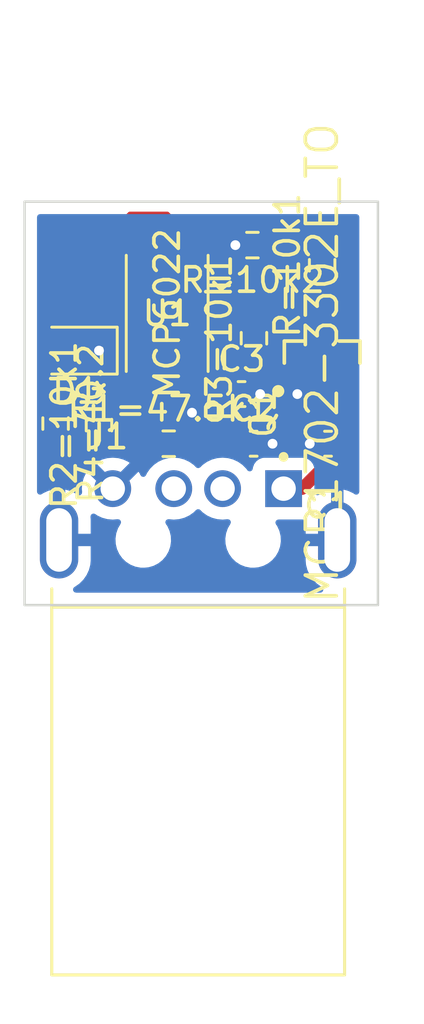
<source format=kicad_pcb>
(kicad_pcb (version 20211014) (generator pcbnew)
  (layers (0 "F.Cu" signal) (31 "B.Cu" signal) (34 "B.Paste" user) (35 "F.Paste" user) (36 "B.SilkS" user "B.Silkscreen") (37 "F.SilkS" user "F.Silkscreen") (38 "B.Mask" user) (39 "F.Mask" user) (44 "Edge.Cuts" user))
  (net 0 "")
  (net 1 "Net-(C1-Pad1)")
  (net 4 "GND")
  (net 5 "Net-(C3-Pad1)")
  (net 6 "Net-(R2=10k1-Pad2)")
  (net 7 "Net-(R3=10k1-Pad2)")
  (net 8 "Net-(D1-Pad2)")
  (net 9 "Net-(Q1-Pad3)")
  (net 10 "Net-(R=10k1-Pad2)")
  (net 12 "Net-(R1=47.5k1-Pad1)")
  (footprint "Resistor_SMD:R_0603_1608Metric" (layer "F.Cu") (at 130.556 76.962 90)
    (fp_text reference "R2=10k1" (at 0 -1.43 90) (layer "F.SilkS"))
    (fp_text value "R_US")
    (fp_line (start -0.237258 0.5225) (end 0.237258 0.5225) (layer "F.SilkS") (width 0.12))
    (fp_line (start -0.237258 -0.5225) (end 0.237258 -0.5225) (layer "F.SilkS") (width 0.12))
    (pad "1" smd roundrect (at -0.825 0 90) (size 0.8 0.95) (layers "F.Cu" "F.Paste" "F.Mask") (net 12 "Net-(R1=47.5k1-Pad1)"))
    (pad "2" smd roundrect (at 0.825 0 90) (size 0.8 0.95) (layers "F.Cu" "F.Paste" "F.Mask") (net 6 "Net-(R2=10k1-Pad2)"))
  )
  (footprint "Resistor_SMD:R_0603_1608Metric" (layer "F.Cu") (at 136.843 69.596 180)
    (fp_text reference "R=10k2" (at 0 -1.43) (layer "F.SilkS"))
    (fp_text value "R_Small_US")
    (fp_line (start -0.237258 0.5225) (end 0.237258 0.5225) (layer "F.SilkS") (width 0.12))
    (fp_line (start -0.237258 -0.5225) (end 0.237258 -0.5225) (layer "F.SilkS") (width 0.12))
    (pad "1" smd roundrect (at -0.825 0 180) (size 0.8 0.95) (layers "F.Cu" "F.Paste" "F.Mask") (net 10 "Net-(R=10k1-Pad2)"))
    (pad "2" smd roundrect (at 0.825 0 180) (size 0.8 0.95) (layers "F.Cu" "F.Paste" "F.Mask") (net 4 "GND"))
  )
  (footprint "Capacitor_SMD:C_0603_1608Metric" (layer "F.Cu") (at 136.398 75.692)
    (fp_text reference "C3" (at 0 -1.43) (layer "F.SilkS"))
    (fp_text value "C=10u")
    (fp_line (start -0.14058 0.51) (end 0.14058 0.51) (layer "F.SilkS") (width 0.12))
    (fp_line (start -0.14058 -0.51) (end 0.14058 -0.51) (layer "F.SilkS") (width 0.12))
    (pad "1" smd roundrect (at -0.775 0) (size 0.9 0.95) (layers "F.Cu" "F.Paste" "F.Mask") (net 5 "Net-(C3-Pad1)"))
    (pad "2" smd roundrect (at 0.775 0) (size 0.9 0.95) (layers "F.Cu" "F.Paste" "F.Mask") (net 4 "GND"))
  )
  (footprint "Capacitor_SMD:C_0603_1608Metric" (layer "F.Cu") (at 139.940995 77.724 180)
    (fp_text reference "C1" (at 0 -2.54) (layer "F.SilkS"))
    (fp_text value "C=10u")
    (fp_line (start -0.14058 0.51) (end 0.14058 0.51) (layer "F.SilkS") (width 0.12))
    (fp_line (start -0.14058 -0.51) (end 0.14058 -0.51) (layer "F.SilkS") (width 0.12))
    (pad "1" smd roundrect (at -0.775 0 180) (size 0.9 0.95) (layers "F.Cu" "F.Paste" "F.Mask") (net 1 "Net-(C1-Pad1)"))
    (pad "2" smd roundrect (at 0.775 0 180) (size 0.9 0.95) (layers "F.Cu" "F.Paste" "F.Mask") (net 4 "GND"))
  )
  (footprint "LED_SMD:LED_0805_2012Metric" (layer "F.Cu") (at 129.6185 73.914 180)
    (fp_text reference "D1" (at 0 -1.65) (layer "F.SilkS"))
    (fp_text value "LED")
    (fp_line (start 1 -0.96) (end -1.685 -0.96) (layer "F.SilkS") (width 0.12))
    (fp_line (start -1.685 -0.96) (end -1.685 0.96) (layer "F.SilkS") (width 0.12))
    (fp_line (start -1.685 0.96) (end 1 0.96) (layer "F.SilkS") (width 0.12))
    (pad "1" smd roundrect (at -0.9375 0 180) (size 0.975 1.4) (layers "F.Cu" "F.Paste" "F.Mask") (net 4 "GND"))
    (pad "2" smd roundrect (at 0.9375 0 180) (size 0.975 1.4) (layers "F.Cu" "F.Paste" "F.Mask") (net 8 "Net-(D1-Pad2)"))
  )
  (footprint "mcp1702:Microchip-MCP1702T-3302E_CB-Level_B" (layer "F.Cu") (at 139.7 74.422 90)
    (fp_text reference "Q1" (at -3.150001 -2.425002 90) (layer "F.SilkS") (effects (justify left)))
    (fp_text value "MCP1702-3302E_TO" (at 0 0 90) (layer "F.SilkS") (effects (font (size 1.27 1.27))))
    (fp_line (start 0.900001 1.549999) (end 0.900001 0.699999) (layer "F.SilkS") (width 0.15))
    (fp_line (start 0 -1.549999) (end 0.900001 -1.549999) (layer "F.SilkS") (width 0.15))
    (fp_line (start 0 1.549999) (end 0.900001 1.549999) (layer "F.SilkS") (width 0.15))
    (fp_line (start 0.900001 -0.700001) (end 0.900001 -1.549999) (layer "F.SilkS") (width 0.15))
    (fp_circle (center -1.15 -1.800001) (end -1.024999 -1.800001) (layer "F.SilkS") (width 0.249999) (fill none))
    (pad "1" smd rect locked (at -1.15 -0.950001) (size 0.599999 1.5) (layers "F.Cu" "F.Paste" "F.Mask") (net 4 "GND"))
    (pad "2" smd rect locked (at -1.15 0.949998) (size 0.599999 1.5) (layers "F.Cu" "F.Paste" "F.Mask") (net 1 "Net-(C1-Pad1)"))
    (pad "3" smd rect locked (at 1.15 -0.000001) (size 0.599999 1.5) (layers "F.Cu" "F.Paste" "F.Mask") (net 9 "Net-(Q1-Pad3)"))
  )
  (footprint "Resistor_SMD:R_0603_1608Metric" (layer "F.Cu") (at 136.906 73.406 90)
    (fp_text reference "R3=10k1" (at 0 -1.43 90) (layer "F.SilkS"))
    (fp_text value "R_US")
    (fp_line (start -0.237258 0.5225) (end 0.237258 0.5225) (layer "F.SilkS") (width 0.12))
    (fp_line (start -0.237258 -0.5225) (end 0.237258 -0.5225) (layer "F.SilkS") (width 0.12))
    (pad "1" smd roundrect (at -0.825 0 90) (size 0.8 0.95) (layers "F.Cu" "F.Paste" "F.Mask") (net 6 "Net-(R2=10k1-Pad2)"))
    (pad "2" smd roundrect (at 0.825 0 90) (size 0.8 0.95) (layers "F.Cu" "F.Paste" "F.Mask") (net 7 "Net-(R3=10k1-Pad2)"))
  )
  (footprint "Capacitor_SMD:C_0603_1608Metric" (layer "F.Cu") (at 136.893 77.724)
    (fp_text reference "C2" (at 0 -1.43) (layer "F.SilkS"))
    (fp_text value "C=10u")
    (fp_line (start -0.14058 0.51) (end 0.14058 0.51) (layer "F.SilkS") (width 0.12))
    (fp_line (start -0.14058 -0.51) (end 0.14058 -0.51) (layer "F.SilkS") (width 0.12))
    (pad "1" smd roundrect (at -0.775 0) (size 0.9 0.95) (layers "F.Cu" "F.Paste" "F.Mask") (net 9 "Net-(Q1-Pad3)"))
    (pad "2" smd roundrect (at 0.775 0) (size 0.9 0.95) (layers "F.Cu" "F.Paste" "F.Mask") (net 4 "GND"))
  )
  (footprint "Resistor_SMD:R_0603_1608Metric" (layer "F.Cu") (at 128.778 76.899 -90)
    (fp_text reference "R4=40.2" (at 0 -1.43 90) (layer "F.SilkS"))
    (fp_text value "R_US")
    (fp_line (start -0.237258 -0.5225) (end 0.237258 -0.5225) (layer "F.SilkS") (width 0.12))
    (fp_line (start -0.237258 0.5225) (end 0.237258 0.5225) (layer "F.SilkS") (width 0.12))
    (pad "1" smd roundrect (at -0.825 0 270) (size 0.8 0.95) (layers "F.Cu" "F.Paste" "F.Mask") (net 8 "Net-(D1-Pad2)"))
    (pad "2" smd roundrect (at 0.825 0 270) (size 0.8 0.95) (layers "F.Cu" "F.Paste" "F.Mask") (net 12 "Net-(R1=47.5k1-Pad1)"))
  )
  (footprint "Connector_Molex:MOLEX_48037-0001" (layer "F.Cu") (at 134.62 81.6625)
    (fp_text reference "J1" (at -3.725 -4.235) (layer "F.SilkS"))
    (fp_text value "USB_A")
    (fp_line (start 6 2.75) (end 6 2) (layer "F.SilkS") (width 0.127))
    (fp_line (start -6 2.75) (end -6 17.8) (layer "F.SilkS") (width 0.127))
    (fp_line (start -6 17.8) (end 6 17.8) (layer "F.SilkS") (width 0.127))
    (fp_line (start -6 2.75) (end 6 2.75) (layer "F.SilkS") (width 0.127))
    (fp_line (start -6 2) (end -6 2.75) (layer "F.SilkS") (width 0.127))
    (fp_line (start 6 17.8) (end 6 2.75) (layer "F.SilkS") (width 0.127))
    (fp_circle (center 3.5 -3.4) (end 3.6 -3.4) (layer "F.SilkS") (width 0.2) (fill none))
    (pad "" np_thru_hole circle (at -2.25 0) (size 1.25 1.25) (drill 1.25) (layers *.Cu *.Mask))
    (pad "" np_thru_hole circle (at 2.25 0) (size 1.25 1.25) (drill 1.25) (layers *.Cu *.Mask))
    (pad "1" thru_hole rect (at 3.5 -2.1) (size 1.508 1.508) (drill 1) (layers *.Cu *.Mask) (net 1 "Net-(C1-Pad1)"))
    (pad "2" thru_hole circle (at 1 -2.1) (size 1.508 1.508) (drill 1) (layers *.Cu *.Mask))
    (pad "3" thru_hole circle (at -1 -2.1) (size 1.508 1.508) (drill 1) (layers *.Cu *.Mask))
    (pad "4" thru_hole circle (at -3.5 -2.1) (size 1.508 1.508) (drill 1) (layers *.Cu *.Mask) (net 4 "GND"))
    (pad "5" thru_hole oval (at -5.7 0) (size 1.575 3.15) (drill oval 1.05 2.6) (layers *.Cu *.Mask) (net 4 "GND"))
    (pad "5" thru_hole oval (at 5.7 0) (size 1.575 3.15) (drill oval 1.05 2.6) (layers *.Cu *.Mask) (net 4 "GND"))
  )
  (footprint "mcp6022:MCP6022T-I&slash_ST" (layer "F.Cu") (at 133.35 72.39 90)
    (fp_text reference "U1" (at 0 0) (layer "F.SilkS"))
    (fp_text value "MCP6022" (at 0 0 90) (layer "F.SilkS"))
    (fp_text user "*" (at -3.073 -2.4736 90) (layer "F.SilkS"))
    (fp_text user "*" (at -3.073 -2.4736 90) (layer "F.SilkS"))
    (fp_line (start -2.377001 1.676999) (end 2.377001 1.676999) (layer "F.SilkS") (width 0.12))
    (fp_line (start 2.377001 -1.676999) (end -2.377001 -1.676999) (layer "F.SilkS") (width 0.12))
    (pad "1" smd rect locked (at -2.819001 -0.974999 90) (size 1.4732 0.3556) (layers "F.Cu" "F.Paste" "F.Mask") (net 12 "Net-(R1=47.5k1-Pad1)"))
    (pad "2" smd rect locked (at -2.819001 -0.325001 90) (size 1.4732 0.3556) (layers "F.Cu" "F.Paste" "F.Mask") (net 5 "Net-(C3-Pad1)"))
    (pad "3" smd rect locked (at -2.819001 0.325001 90) (size 1.4732 0.3556) (layers "F.Cu" "F.Paste" "F.Mask") (net 6 "Net-(R2=10k1-Pad2)"))
    (pad "4" smd rect locked (at -2.819001 0.974999 90) (size 1.4732 0.3556) (layers "F.Cu" "F.Paste" "F.Mask") (net 4 "GND"))
    (pad "5" smd rect locked (at 2.819001 0.974999 90) (size 1.4732 0.3556) (layers "F.Cu" "F.Paste" "F.Mask") (net 10 "Net-(R=10k1-Pad2)"))
    (pad "6" smd rect locked (at 2.819001 0.325001 90) (size 1.4732 0.3556) (layers "F.Cu" "F.Paste" "F.Mask") (net 7 "Net-(R3=10k1-Pad2)"))
    (pad "7" smd rect locked (at 2.819001 -0.325001 90) (size 1.4732 0.3556) (layers "F.Cu" "F.Paste" "F.Mask"))
    (pad "8" smd rect locked (at 2.819001 -0.974999 90) (size 1.4732 0.3556) (layers "F.Cu" "F.Paste" "F.Mask") (net 9 "Net-(Q1-Pad3)"))
  )
  (footprint "Resistor_SMD:R_0603_1608Metric" (layer "F.Cu") (at 133.413 77.724)
    (fp_text reference "R1=47.5k1" (at 0 -1.43) (layer "F.SilkS"))
    (fp_text value "R_US")
    (fp_line (start -0.237258 -0.5225) (end 0.237258 -0.5225) (layer "F.SilkS") (width 0.12))
    (fp_line (start -0.237258 0.5225) (end 0.237258 0.5225) (layer "F.SilkS") (width 0.12))
    (pad "1" smd roundrect (at -0.825 0) (size 0.8 0.95) (layers "F.Cu" "F.Paste" "F.Mask") (net 12 "Net-(R1=47.5k1-Pad1)"))
    (pad "2" smd roundrect (at 0.825 0) (size 0.8 0.95) (layers "F.Cu" "F.Paste" "F.Mask") (net 5 "Net-(C3-Pad1)"))
  )
  (footprint "Resistor_SMD:R_0603_1608Metric" (layer "F.Cu") (at 139.7 70.421 90)
    (fp_text reference "R=10k1" (at 0 -1.43 90) (layer "F.SilkS"))
    (fp_text value "R_Small_US")
    (fp_line (start -0.237258 -0.5225) (end 0.237258 -0.5225) (layer "F.SilkS") (width 0.12))
    (fp_line (start -0.237258 0.5225) (end 0.237258 0.5225) (layer "F.SilkS") (width 0.12))
    (pad "1" smd roundrect (at -0.825 0 90) (size 0.8 0.95) (layers "F.Cu" "F.Paste" "F.Mask") (net 9 "Net-(Q1-Pad3)"))
    (pad "2" smd roundrect (at 0.825 0 90) (size 0.8 0.95) (layers "F.Cu" "F.Paste" "F.Mask") (net 10 "Net-(R=10k1-Pad2)"))
  )
  (gr_rect (start 127.508 67.818) (end 141.986 84.328) (layer "Edge.Cuts") (width 0.1) (fill none))
  (segment (start 140.715995 77.724) (end 140.715995 75.637997) (width 0.508) (layer "F.Cu") (net 1))
  (segment (start 138.877495 79.5625) (end 140.715995 77.724) (width 0.508) (layer "F.Cu") (net 1))
  (segment (start 140.715995 75.637997) (end 140.649998 75.572) (width 0.508) (layer "F.Cu") (net 1))
  (segment (start 138.12 79.5625) (end 138.877495 79.5625) (width 0.508) (layer "F.Cu") (net 1))
  (segment (start 140.649998 77.657998) (end 140.716 77.724) (width 0.508) (layer "F.Cu") (net 1))
  (segment (start 131.12 79.5625) (end 131.02 79.5625) (width 0.508) (layer "F.Cu") (net 4))
  (segment (start 134.324999 75.209001) (end 134.324999 76.412999) (width 0.2) (layer "F.Cu") (net 4))
  (segment (start 134.324999 76.412999) (end 134.366 76.454) (width 0.2) (layer "F.Cu") (net 4))
  (via (at 137.668 77.724) (size 0.8) (drill 0.4) (layers "F.Cu" "B.Cu") (net 4))
  (via (at 134.366 76.454) (size 0.8) (drill 0.4) (layers "F.Cu" "B.Cu") (net 4))
  (via (at 131.120007 79.562503) (size 0.8) (drill 0.4) (layers "F.Cu" "B.Cu") (net 4))
  (via (at 136.144 69.596) (size 0.8) (drill 0.4) (layers "F.Cu" "B.Cu") (net 4))
  (via (at 129.032 81.788) (size 0.8) (drill 0.4) (layers "F.Cu" "B.Cu") (net 4))
  (via (at 139.192 77.724) (size 0.8) (drill 0.4) (layers "F.Cu" "B.Cu") (net 4))
  (via (at 140.462 81.788) (size 0.8) (drill 0.4) (layers "F.Cu" "B.Cu") (net 4))
  (via (at 138.684 75.692) (size 0.8) (drill 0.4) (layers "F.Cu" "B.Cu") (net 4))
  (via (at 137.16 75.692) (size 0.8) (drill 0.4) (layers "F.Cu" "B.Cu") (net 4))
  (via (at 130.556 73.914) (size 0.8) (drill 0.4) (layers "F.Cu" "B.Cu") (net 4))
  (segment (start 133.024999 75.717001) (end 133.024999 76.890999) (width 0.2) (layer "F.Cu") (net 5))
  (segment (start 133.024999 76.890999) (end 133.858 77.724) (width 0.2) (layer "F.Cu") (net 5))
  (segment (start 133.858 77.724) (end 134.238 77.724) (width 0.2) (layer "F.Cu") (net 5))
  (segment (start 135.623 76.339) (end 134.238 77.724) (width 0.2) (layer "F.Cu") (net 5))
  (segment (start 135.623 75.692) (end 135.623 76.339) (width 0.2) (layer "F.Cu") (net 5))
  (segment (start 130.556 76.137) (end 130.556 75.438) (width 0.2) (layer "F.Cu") (net 6))
  (segment (start 135.573 72.898) (end 136.906 74.231) (width 0.2) (layer "F.Cu") (net 6))
  (segment (start 133.604 74.168) (end 133.604 75.138) (width 0.2) (layer "F.Cu") (net 6))
  (segment (start 133.604 74.168) (end 133.604 73.152) (width 0.2) (layer "F.Cu") (net 6))
  (segment (start 133.604 73.152) (end 133.858 72.898) (width 0.2) (layer "F.Cu") (net 6))
  (segment (start 133.858 72.898) (end 135.573 72.898) (width 0.2) (layer "F.Cu") (net 6))
  (segment (start 131.826 74.168) (end 133.604 74.168) (width 0.2) (layer "F.Cu") (net 6))
  (segment (start 133.604 75.138) (end 133.675001 75.209001) (width 0.2) (layer "F.Cu") (net 6))
  (segment (start 130.556 75.438) (end 131.826 74.168) (width 0.2) (layer "F.Cu") (net 6))
  (segment (start 131.572 68.58) (end 131.572 71.882) (width 0.2) (layer "F.Cu") (net 7))
  (segment (start 133.35 68.326) (end 131.826 68.326) (width 0.2) (layer "F.Cu") (net 7))
  (segment (start 131.826 68.326) (end 131.572 68.58) (width 0.2) (layer "F.Cu") (net 7))
  (segment (start 136.652 72.136) (end 136.906 72.39) (width 0.2) (layer "F.Cu") (net 7))
  (segment (start 133.675001 68.651001) (end 133.35 68.326) (width 0.2) (layer "F.Cu") (net 7))
  (segment (start 131.572 71.882) (end 131.826 72.136) (width 0.2) (layer "F.Cu") (net 7))
  (segment (start 131.826 72.136) (end 136.652 72.136) (width 0.2) (layer "F.Cu") (net 7))
  (segment (start 136.906 72.39) (end 136.906 72.581) (width 0.2) (layer "F.Cu") (net 7))
  (segment (start 133.675001 69.570999) (end 133.675001 68.651001) (width 0.2) (layer "F.Cu") (net 7))
  (segment (start 128.681 73.914) (end 128.778 74.011) (width 0.2) (layer "F.Cu") (net 8))
  (segment (start 128.778 74.011) (end 128.778 76.074) (width 0.2) (layer "F.Cu") (net 8))
  (segment (start 132.375001 70.907001) (end 132.714 71.246) (width 0.508) (layer "F.Cu") (net 9))
  (segment (start 139.7 76.708) (end 139.699999 73.272) (width 0.2) (layer "F.Cu") (net 9))
  (segment (start 139.699999 73.526) (end 139.7 71.246) (width 0.508) (layer "F.Cu") (net 9))
  (segment (start 136.118 77.496) (end 136.906 76.708) (width 0.2) (layer "F.Cu") (net 9))
  (segment (start 136.118 77.724) (end 136.118 77.496) (width 0.2) (layer "F.Cu") (net 9))
  (segment (start 132.714 71.246) (end 139.7 71.246) (width 0.508) (layer "F.Cu") (net 9))
  (segment (start 132.375001 69.570999) (end 132.375001 70.907001) (width 0.508) (layer "F.Cu") (net 9))
  (segment (start 132.375001 69.570999) (end 132.334 69.612) (width 0.2) (layer "F.Cu") (net 9))
  (segment (start 136.906 76.708) (end 139.7 76.708) (width 0.2) (layer "F.Cu") (net 9))
  (segment (start 134.324999 69.570999) (end 134.324999 70.570999) (width 0.2) (layer "F.Cu") (net 10))
  (segment (start 137.668 69.596) (end 139.7 69.596) (width 0.2) (layer "F.Cu") (net 10))
  (segment (start 134.366 70.612) (end 138.684 70.612) (width 0.2) (layer "F.Cu") (net 10))
  (segment (start 134.324999 70.570999) (end 134.366 70.612) (width 0.2) (layer "F.Cu") (net 10))
  (segment (start 138.684 70.612) (end 139.7 69.596) (width 0.2) (layer "F.Cu") (net 10))
  (segment (start 130.556 77.787) (end 128.841 77.787) (width 0.2) (layer "F.Cu") (net 12))
  (segment (start 132.375001 77.511001) (end 132.588 77.724) (width 0.2) (layer "F.Cu") (net 12))
  (segment (start 130.619 77.724) (end 130.556 77.787) (width 0.2) (layer "F.Cu") (net 12))
  (segment (start 132.588 77.724) (end 130.619 77.724) (width 0.2) (layer "F.Cu") (net 12))
  (segment (start 128.841 77.787) (end 128.778 77.724) (width 0.2) (layer "F.Cu") (net 12))
  (segment (start 132.375001 75.717001) (end 132.375001 77.511001) (width 0.2) (layer "F.Cu") (net 12))
  (zone (net 4) (net_name "GND") (layer "B.Cu") (connect_pads (clearance 0.508)) (min_thickness 0.254) (fill yes (thermal_gap 0.508) (thermal_bridge_width 0.508))
    (polygon (pts (xy 141.732 84.328) (xy 127.508 84.328) (xy 127.508 67.818) (xy 141.732 67.818)))
  )
)
</source>
